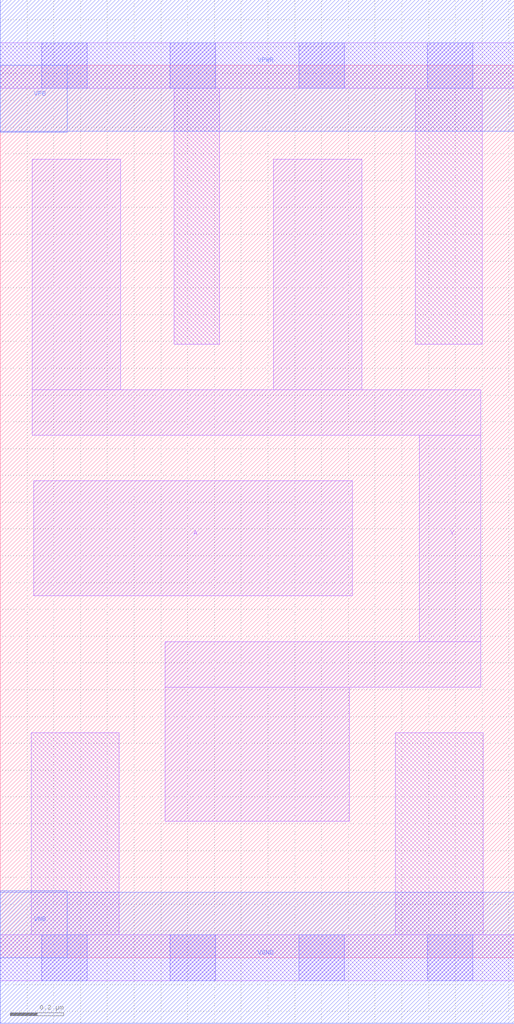
<source format=lef>
# Copyright 2020 The SkyWater PDK Authors
#
# Licensed under the Apache License, Version 2.0 (the "License");
# you may not use this file except in compliance with the License.
# You may obtain a copy of the License at
#
#     https://www.apache.org/licenses/LICENSE-2.0
#
# Unless required by applicable law or agreed to in writing, software
# distributed under the License is distributed on an "AS IS" BASIS,
# WITHOUT WARRANTIES OR CONDITIONS OF ANY KIND, either express or implied.
# See the License for the specific language governing permissions and
# limitations under the License.
#
# SPDX-License-Identifier: Apache-2.0

VERSION 5.5 ;
NAMESCASESENSITIVE ON ;
BUSBITCHARS "[]" ;
DIVIDERCHAR "/" ;
MACRO sky130_fd_sc_ms__clkinv_2
  CLASS CORE ;
  SOURCE USER ;
  ORIGIN  0.000000  0.000000 ;
  SIZE  1.920000 BY  3.330000 ;
  SYMMETRY X Y ;
  SITE unit ;
  PIN A
    ANTENNAGATEAREA  0.630000 ;
    DIRECTION INPUT ;
    USE SIGNAL ;
    PORT
      LAYER li1 ;
        RECT 0.125000 1.350000 1.315000 1.780000 ;
    END
  END A
  PIN Y
    ANTENNADIFFAREA  0.994000 ;
    DIRECTION OUTPUT ;
    USE SIGNAL ;
    PORT
      LAYER li1 ;
        RECT 0.120000 1.950000 1.795000 2.120000 ;
        RECT 0.120000 2.120000 0.450000 2.980000 ;
        RECT 0.615000 0.510000 1.305000 1.010000 ;
        RECT 0.615000 1.010000 1.795000 1.180000 ;
        RECT 1.020000 2.120000 1.350000 2.980000 ;
        RECT 1.565000 1.180000 1.795000 1.950000 ;
    END
  END Y
  PIN VGND
    DIRECTION INOUT ;
    USE GROUND ;
    PORT
      LAYER met1 ;
        RECT 0.000000 -0.245000 1.920000 0.245000 ;
    END
  END VGND
  PIN VNB
    DIRECTION INOUT ;
    USE GROUND ;
    PORT
    END
  END VNB
  PIN VPB
    DIRECTION INOUT ;
    USE POWER ;
    PORT
    END
  END VPB
  PIN VNB
    DIRECTION INOUT ;
    USE GROUND ;
    PORT
      LAYER met1 ;
        RECT 0.000000 0.000000 0.250000 0.250000 ;
    END
  END VNB
  PIN VPB
    DIRECTION INOUT ;
    USE POWER ;
    PORT
      LAYER met1 ;
        RECT 0.000000 3.080000 0.250000 3.330000 ;
    END
  END VPB
  PIN VPWR
    DIRECTION INOUT ;
    USE POWER ;
    PORT
      LAYER met1 ;
        RECT 0.000000 3.085000 1.920000 3.575000 ;
    END
  END VPWR
  OBS
    LAYER li1 ;
      RECT 0.000000 -0.085000 1.920000 0.085000 ;
      RECT 0.000000  3.245000 1.920000 3.415000 ;
      RECT 0.115000  0.085000 0.445000 0.840000 ;
      RECT 0.650000  2.290000 0.820000 3.245000 ;
      RECT 1.475000  0.085000 1.805000 0.840000 ;
      RECT 1.550000  2.290000 1.800000 3.245000 ;
    LAYER mcon ;
      RECT 0.155000 -0.085000 0.325000 0.085000 ;
      RECT 0.155000  3.245000 0.325000 3.415000 ;
      RECT 0.635000 -0.085000 0.805000 0.085000 ;
      RECT 0.635000  3.245000 0.805000 3.415000 ;
      RECT 1.115000 -0.085000 1.285000 0.085000 ;
      RECT 1.115000  3.245000 1.285000 3.415000 ;
      RECT 1.595000 -0.085000 1.765000 0.085000 ;
      RECT 1.595000  3.245000 1.765000 3.415000 ;
  END
END sky130_fd_sc_ms__clkinv_2
END LIBRARY

</source>
